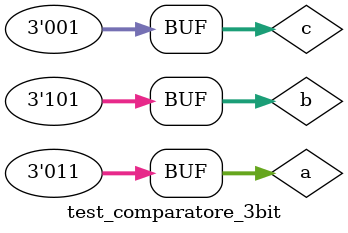
<source format=v>
`timescale 1ns / 1ps


module test_comparatore_3bit;

	// Inputs
	reg [2:0] a;
	reg [2:0] b;
	reg [2:0] c;

	// Outputs
	wire out;

	// Instantiate the Unit Under Test (UUT)
	comparatore_3bit uut (
		.a(a), 
		.b(b), 
		.c(c), 
		.out(out)
	);

	initial begin
		// Initialize Inputs
		a = 0;
		b = 0;
		c = 0;

		// Wait 100 ns for global reset to finish
		#100;
        
		// Add stimulus here
		
		/////////////////////////
		a = 3'b001;
		b = 0;
		c = 0;
		#100;
		
		a = 0;
		b = 3'b011;
		c = 0;
		#100;
		
		a = 3'b001;
		b = 0;
		c = 3'b101;
		#100;
		
		a = 0;
		b = 3'b011;
		c = 3'b101;
		#100;
		
		a = 3'b001;
		b = 3'b111;
		c = 3'b101;
		#100;
		
		a = 3'b010;
		b = 3'b001;
		c = 3'b101;
		#100;
		
		a = 3'b001;
		b = 3'b100;
		c = 3'b101;
		#100;
		
		a = 3'b001;
		b = 3'b111;
		c = 3'b001;
		#100;
		
		a = 3'b001;
		b = 3'b101;
		c = 3'b001;
		#100;
		
		a = 3'b011;
		b = 3'b101;
		c = 3'b001;
		#100;
		
		

		
		
        

	end
      
endmodule


</source>
